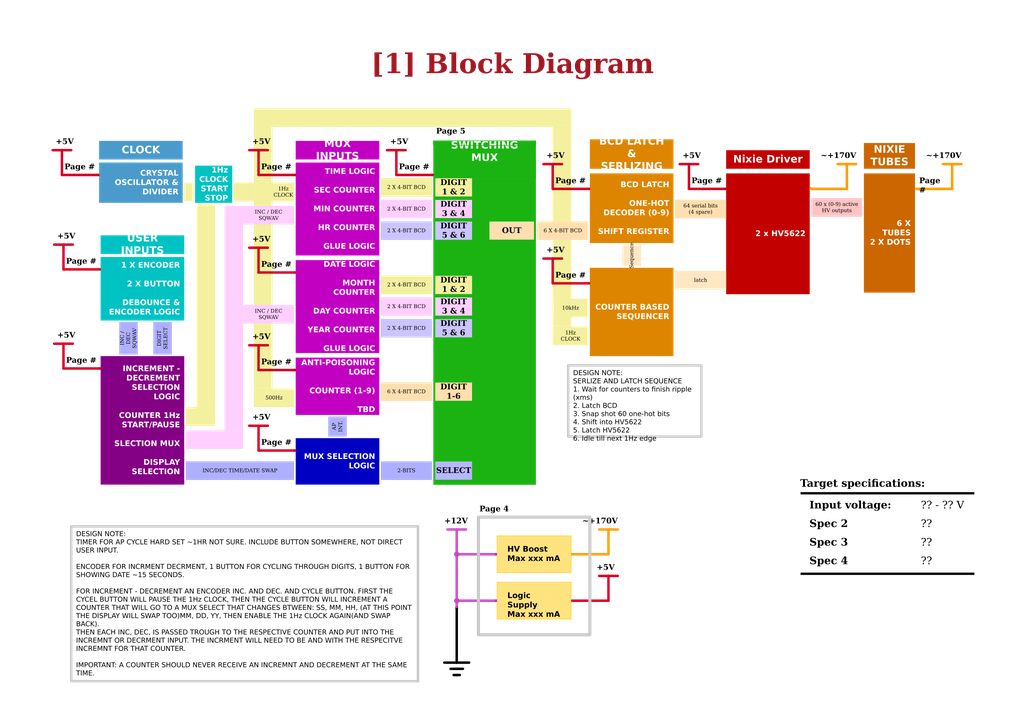
<source format=kicad_sch>
(kicad_sch
	(version 20250114)
	(generator "eeschema")
	(generator_version "9.0")
	(uuid "d4440dba-022e-49b2-97f2-6fc1871c7304")
	(paper "A3")
	(title_block
		(title "Block Diagram")
		(date "2025-01-12")
		(rev "${REVISION}")
		(company "${COMPANY}")
	)
	(lib_symbols)
	(rectangle
		(start 241.3 77.089)
		(end 241.935 77.851)
		(stroke
			(width 0.25)
			(type solid)
			(color 194 0 0 1)
		)
		(fill
			(type color)
			(color 194 0 0 1)
		)
		(uuid 06a90da7-9a86-4843-9c8a-d187caf814ab)
	)
	(rectangle
		(start 234.442 226.949)
		(end 235.077 227.711)
		(stroke
			(width 0.25)
			(type solid)
			(color 255 153 0 1)
		)
		(fill
			(type color)
			(color 255 153 0 1)
		)
		(uuid 12a8f300-c059-4689-9da2-e775c9b7b222)
	)
	(rectangle
		(start 200.66 98.425)
		(end 219.075 197.485)
		(stroke
			(width 0)
			(type default)
			(color 26 179 18 1)
		)
		(fill
			(type color)
			(color 26 179 18 1)
		)
		(uuid 184d4c8d-69e2-411d-8aa5-786395eeddab)
	)
	(rectangle
		(start 177.8 57.785)
		(end 219.71 59.69)
		(stroke
			(width 0.254)
			(type default)
			(color 26 179 18 1)
		)
		(fill
			(type color)
			(color 26 179 18 1)
		)
		(uuid 1c38ab9f-78ac-4525-a905-692b68e0d7be)
	)
	(rectangle
		(start 40.64 110.109)
		(end 41.275 110.871)
		(stroke
			(width 0.25)
			(type solid)
			(color 194 0 0 1)
		)
		(fill
			(type color)
			(color 194 0 0 1)
		)
		(uuid 1ce6bc3d-6cf6-426b-aac5-6f63634d0420)
	)
	(rectangle
		(start 332.105 76.835)
		(end 332.74 77.597)
		(stroke
			(width 0.25)
			(type solid)
			(color 255 153 0 1)
		)
		(fill
			(type color)
			(color 255 153 0 1)
		)
		(uuid 273dad30-1f13-4382-9856-ea5127a4a64b)
	)
	(rectangle
		(start 178.435 98.425)
		(end 219.075 113.03)
		(stroke
			(width 0)
			(type default)
			(color 26 179 18 1)
		)
		(fill
			(type color)
			(color 26 179 18 1)
		)
		(uuid 33939e83-1742-40c8-b78d-5af3b914ab31)
	)
	(rectangle
		(start 219.075 57.785)
		(end 219.71 198.755)
		(stroke
			(width 0)
			(type default)
			(color 26 179 18 1)
		)
		(fill
			(type color)
			(color 26 179 18 1)
		)
		(uuid 43ad7506-e0d7-49b6-972c-517451df1dd9)
	)
	(rectangle
		(start 375.539 77.089)
		(end 376.174 77.851)
		(stroke
			(width 0.25)
			(type solid)
			(color 255 153 0 1)
		)
		(fill
			(type color)
			(color 255 153 0 1)
		)
		(uuid 49525ec1-2318-41c7-a6bd-e2903afe6d39)
	)
	(rectangle
		(start 203.073 226.949)
		(end 203.708 227.711)
		(stroke
			(width 0.25)
			(type solid)
			(color 194 0 194 1)
		)
		(fill
			(type color)
			(color 194 0 194 1)
		)
		(uuid 4c6cb9bc-6ebc-49a3-893d-9406d03eb74b)
	)
	(rectangle
		(start 178.435 164.465)
		(end 219.075 189.23)
		(stroke
			(width 0)
			(type default)
			(color 26 179 18 1)
		)
		(fill
			(type color)
			(color 26 179 18 1)
		)
		(uuid 5b8a041f-77a3-4fa3-8060-556bb091b3c3)
	)
	(rectangle
		(start 178.435 196.85)
		(end 219.075 198.755)
		(stroke
			(width 0)
			(type default)
			(color 26 179 18 1)
		)
		(fill
			(type color)
			(color 26 179 18 1)
		)
		(uuid 613cfa31-f8f2-441b-9b9a-3fe99c745884)
	)
	(rectangle
		(start 120.65 151.384)
		(end 121.285 152.146)
		(stroke
			(width 0.25)
			(type solid)
			(color 194 0 0 1)
		)
		(fill
			(type color)
			(color 194 0 0 1)
		)
		(uuid 68b86a88-9a2a-4b84-96e0-774369b298d9)
	)
	(rectangle
		(start 241.3 115.824)
		(end 241.935 116.586)
		(stroke
			(width 0.25)
			(type solid)
			(color 194 0 0 1)
		)
		(fill
			(type color)
			(color 194 0 0 1)
		)
		(uuid 69dc4566-730b-4a9b-a2a7-5343808baa86)
	)
	(rectangle
		(start 203.835 238.76)
		(end 234.315 254)
		(stroke
			(width 0)
			(type default)
			(color 255 200 0 0.5019607843)
		)
		(fill
			(type color)
			(color 255 200 0 0.5019607843)
		)
		(uuid 6d27083e-baf9-459e-b0dc-430395e74362)
	)
	(rectangle
		(start 40.005 71.374)
		(end 40.64 72.136)
		(stroke
			(width 0.25)
			(type solid)
			(color 194 0 0 1)
		)
		(fill
			(type color)
			(color 194 0 0 1)
		)
		(uuid 70402685-b75b-4b36-9a72-62f7d7d97bb6)
	)
	(rectangle
		(start 178.435 89.535)
		(end 219.075 90.805)
		(stroke
			(width 0)
			(type default)
			(color 26 179 18 1)
		)
		(fill
			(type color)
			(color 26 179 18 1)
		)
		(uuid 74c5f5ac-510e-4c99-8e0e-ca2d145a7687)
	)
	(rectangle
		(start 193.675 73.025)
		(end 200.66 197.485)
		(stroke
			(width 0)
			(type default)
			(color 26 179 18 1)
		)
		(fill
			(type color)
			(color 26 179 18 1)
		)
		(uuid 79f3f361-d24a-482c-aac4-fcbedc64941e)
	)
	(rectangle
		(start 178.435 129.54)
		(end 219.075 130.81)
		(stroke
			(width 0)
			(type default)
			(color 26 179 18 1)
		)
		(fill
			(type color)
			(color 26 179 18 1)
		)
		(uuid 805cb107-c99d-4c0b-abe8-aaa26bb57a4d)
	)
	(rectangle
		(start 196.215 212.09)
		(end 241.935 260.35)
		(stroke
			(width 1.27)
			(type default)
			(color 200 200 200 1)
		)
		(fill
			(type none)
		)
		(uuid 897139e0-9c3f-4923-b42e-05cc6d59978b)
	)
	(rectangle
		(start 186.817 248.92)
		(end 187.833 249.682)
		(stroke
			(width 0.001)
			(type default)
			(color 0 0 0 1)
		)
		(fill
			(type color)
			(color 0 0 0 1)
		)
		(uuid 8fb245d6-696e-46a9-aee0-fc71b1bd2811)
	)
	(rectangle
		(start 203.073 245.999)
		(end 203.708 246.761)
		(stroke
			(width 0.25)
			(type solid)
			(color 194 0 194 1)
		)
		(fill
			(type color)
			(color 194 0 194 1)
		)
		(uuid 926c14cd-51d6-4183-83aa-3acd3f364634)
	)
	(rectangle
		(start 120.65 184.404)
		(end 121.285 185.166)
		(stroke
			(width 0.25)
			(type solid)
			(color 194 0 0 1)
		)
		(fill
			(type color)
			(color 194 0 0 1)
		)
		(uuid 9571b2b1-a94e-4c30-b2fb-2e631e61c941)
	)
	(rectangle
		(start 328.422 234.95)
		(end 399.542 235.712)
		(stroke
			(width 0)
			(type default)
			(color 0 0 0 1)
		)
		(fill
			(type color)
			(color 0 0 0 1)
		)
		(uuid 96358351-64fb-49b9-98d4-c975a586b1c3)
	)
	(rectangle
		(start 178.435 120.65)
		(end 219.075 121.92)
		(stroke
			(width 0)
			(type default)
			(color 26 179 18 1)
		)
		(fill
			(type color)
			(color 26 179 18 1)
		)
		(uuid 9f003ee0-d678-41c9-8943-8984c9b88122)
	)
	(rectangle
		(start 178.435 138.43)
		(end 219.075 156.845)
		(stroke
			(width 0)
			(type default)
			(color 26 179 18 1)
		)
		(fill
			(type color)
			(color 26 179 18 1)
		)
		(uuid a0829d77-6f0d-4b5f-a234-3cb3747f5655)
	)
	(rectangle
		(start 234.442 245.999)
		(end 235.077 246.761)
		(stroke
			(width 0.25)
			(type default)
			(color 212 0 32 1)
		)
		(fill
			(type color)
			(color 212 0 32 1)
		)
		(uuid b511ed02-73dc-4aca-8856-32e3a0e7b2bd)
	)
	(rectangle
		(start 120.65 111.379)
		(end 121.285 112.141)
		(stroke
			(width 0.25)
			(type solid)
			(color 194 0 0 1)
		)
		(fill
			(type color)
			(color 194 0 0 1)
		)
		(uuid b9f2e5ef-b700-4338-83f0-642e7313af39)
	)
	(circle
		(center 187.325 246.38)
		(radius 1.016)
		(stroke
			(width 0)
			(type default)
			(color 198 71 194 1)
		)
		(fill
			(type color)
			(color 198 71 194 1)
		)
		(uuid c30887ce-e8b0-4e61-8035-f856b5a10339)
	)
	(rectangle
		(start 177.165 71.374)
		(end 177.8 72.136)
		(stroke
			(width 0.25)
			(type solid)
			(color 194 0 0 1)
		)
		(fill
			(type color)
			(color 194 0 0 1)
		)
		(uuid c3d03417-beac-4428-b6b7-1b67ab2f4d98)
	)
	(rectangle
		(start 328.422 201.93)
		(end 399.542 202.692)
		(stroke
			(width 0)
			(type default)
			(color 0 0 0 1)
		)
		(fill
			(type color)
			(color 0 0 0 1)
		)
		(uuid ca4906af-4562-456f-b79d-f6f2c9056c36)
	)
	(rectangle
		(start 203.835 219.71)
		(end 234.315 234.95)
		(stroke
			(width 0)
			(type default)
			(color 255 200 0 0.5019607843)
		)
		(fill
			(type color)
			(color 255 200 0 0.5019607843)
		)
		(uuid d13c4f55-d46a-439a-a208-cbdf66d39a09)
	)
	(rectangle
		(start 178.435 80.645)
		(end 219.075 81.915)
		(stroke
			(width 0)
			(type default)
			(color 26 179 18 1)
		)
		(fill
			(type color)
			(color 26 179 18 1)
		)
		(uuid d638a22e-ba23-482a-bc2c-e646a4f2119d)
	)
	(rectangle
		(start 177.8 57.785)
		(end 178.435 198.755)
		(stroke
			(width 0)
			(type default)
			(color 26 179 18 1)
		)
		(fill
			(type color)
			(color 26 179 18 1)
		)
		(uuid dc9ef58a-3544-4871-98b7-f59b2deb6c2b)
	)
	(rectangle
		(start 200.66 73.025)
		(end 219.075 89.535)
		(stroke
			(width 0)
			(type default)
			(color 26 179 18 1)
		)
		(fill
			(type color)
			(color 26 179 18 1)
		)
		(uuid e30c19e9-67d6-4732-9ed7-5e02fda8622b)
	)
	(arc
		(start 213.995 93.98)
		(mid 213.995 93.98)
		(end 213.995 93.98)
		(stroke
			(width 0)
			(type default)
		)
		(fill
			(type none)
		)
		(uuid e91c3dd4-8c48-4760-b3e6-fb8a0aaf30fa)
	)
	(rectangle
		(start 297.18 77.089)
		(end 297.815 77.851)
		(stroke
			(width 0.25)
			(type solid)
			(color 194 0 0 1)
		)
		(fill
			(type color)
			(color 194 0 0 1)
		)
		(uuid eb924bb9-d4a1-48f0-8e8b-19adc91e1f01)
	)
	(rectangle
		(start 40.64 150.749)
		(end 41.275 151.511)
		(stroke
			(width 0.25)
			(type solid)
			(color 194 0 0 1)
		)
		(fill
			(type color)
			(color 194 0 0 1)
		)
		(uuid ee55956f-df07-4989-97b3-e4f66feb2c91)
	)
	(rectangle
		(start 120.65 71.374)
		(end 121.285 72.136)
		(stroke
			(width 0.25)
			(type solid)
			(color 194 0 0 1)
		)
		(fill
			(type color)
			(color 194 0 0 1)
		)
		(uuid f29c5093-d601-4cf9-930c-aa7a1d80ce89)
	)
	(rectangle
		(start 178.435 66.04)
		(end 219.71 73.025)
		(stroke
			(width 0)
			(type default)
			(color 26 179 18 1)
		)
		(fill
			(type color)
			(color 26 179 18 1)
		)
		(uuid f6ac3050-3d82-4a34-858d-91b5402f431f)
	)
	(circle
		(center 187.325 227.33)
		(radius 1.016)
		(stroke
			(width 0)
			(type default)
			(color 198 71 194 1)
		)
		(fill
			(type color)
			(color 198 71 194 1)
		)
		(uuid fb962045-e3ad-427d-8e13-7189ce103507)
	)
	(text "+5V"
		(exclude_from_sim no)
		(at 224.155 66.04 0)
		(effects
			(font
				(face "Times New Roman")
				(size 2.286 2.286)
				(thickness 0.4572)
				(bold yes)
				(color 0 0 0 1)
			)
			(justify left bottom)
		)
		(uuid "03be31ff-671c-4c54-aa03-c272c3efeba5")
	)
	(text "+12V"
		(exclude_from_sim no)
		(at 182.245 215.9 0)
		(effects
			(font
				(face "Times New Roman")
				(size 2.286 2.286)
				(thickness 0.4572)
				(bold yes)
				(color 0 0 0 1)
			)
			(justify left bottom)
		)
		(uuid "101bf075-2779-4382-8921-8033e4839d29")
	)
	(text "+5V"
		(exclude_from_sim no)
		(at 160.02 60.325 0)
		(effects
			(font
				(face "Times New Roman")
				(size 2.286 2.286)
				(thickness 0.4572)
				(bold yes)
				(color 0 0 0 1)
			)
			(justify left bottom)
		)
		(uuid "2631e908-d10c-4a1d-969a-d48925ae92a2")
	)
	(text "+5V"
		(exclude_from_sim no)
		(at 103.505 60.325 0)
		(effects
			(font
				(face "Times New Roman")
				(size 2.286 2.286)
				(thickness 0.4572)
				(bold yes)
				(color 0 0 0 1)
			)
			(justify left bottom)
		)
		(uuid "39341b2a-1021-4196-8cb1-5d1afed5b85e")
	)
	(text "+5V"
		(exclude_from_sim no)
		(at 280.035 66.04 0)
		(effects
			(font
				(face "Times New Roman")
				(size 2.286 2.286)
				(thickness 0.4572)
				(bold yes)
				(color 0 0 0 1)
			)
			(justify left bottom)
		)
		(uuid "48c5ec7f-e7eb-442c-8af0-a6cb155673c2")
	)
	(text "DESIGN CONSIDERATIONS"
		(exclude_from_sim no)
		(at 24.13 -48.26 0)
		(effects
			(font
				(face "Arial")
				(size 5 5)
				(bold yes)
				(color 53 60 207 1)
			)
			(justify left bottom)
		)
		(uuid "664f50ee-7027-4085-a7e7-a85f0dd7b2b1")
	)
	(text "+5V"
		(exclude_from_sim no)
		(at 23.495 139.7 0)
		(effects
			(font
				(face "Times New Roman")
				(size 2.286 2.286)
				(thickness 0.4572)
				(bold yes)
				(color 0 0 0 1)
			)
			(justify left bottom)
		)
		(uuid "813e630d-1036-4f10-b271-6f7c6828939e")
	)
	(text "+5V"
		(exclude_from_sim no)
		(at 103.505 173.355 0)
		(effects
			(font
				(face "Times New Roman")
				(size 2.286 2.286)
				(thickness 0.4572)
				(bold yes)
				(color 0 0 0 1)
			)
			(justify left bottom)
		)
		(uuid "864633b2-deac-4360-afb5-1dc232b78016")
	)
	(text "+5V"
		(exclude_from_sim no)
		(at 23.495 99.06 0)
		(effects
			(font
				(face "Times New Roman")
				(size 2.286 2.286)
				(thickness 0.4572)
				(bold yes)
				(color 0 0 0 1)
			)
			(justify left bottom)
		)
		(uuid "89127412-fe4a-42e4-bab3-c545ee7b32c4")
	)
	(text "~+170V"
		(exclude_from_sim no)
		(at 394.335 66.04 0)
		(effects
			(font
				(face "Times New Roman")
				(size 2.286 2.286)
				(thickness 0.4572)
				(bold yes)
				(color 0 0 0 1)
			)
			(justify right bottom)
		)
		(uuid "925b4591-d0fa-40db-8e64-787015f67f1c")
	)
	(text "+5V"
		(exclude_from_sim no)
		(at 252.095 234.95 0)
		(effects
			(font
				(face "Times New Roman")
				(size 2.286 2.286)
				(thickness 0.4572)
				(bold yes)
				(color 0 0 0 1)
			)
			(justify right bottom)
		)
		(uuid "ad6e3829-3684-4af1-9a28-ced841b0c880")
	)
	(text "+5V"
		(exclude_from_sim no)
		(at 22.86 60.325 0)
		(effects
			(font
				(face "Times New Roman")
				(size 2.286 2.286)
				(thickness 0.4572)
				(bold yes)
				(color 0 0 0 1)
			)
			(justify left bottom)
		)
		(uuid "c97acf93-22ac-44f7-a785-c33eecbc5677")
	)
	(text "+5V"
		(exclude_from_sim no)
		(at 103.505 140.335 0)
		(effects
			(font
				(face "Times New Roman")
				(size 2.286 2.286)
				(thickness 0.4572)
				(bold yes)
				(color 0 0 0 1)
			)
			(justify left bottom)
		)
		(uuid "c9a4eaa4-0a86-45c2-9ad2-92484d5dc68c")
	)
	(text "+5V"
		(exclude_from_sim no)
		(at 103.505 100.33 0)
		(effects
			(font
				(face "Times New Roman")
				(size 2.286 2.286)
				(thickness 0.4572)
				(bold yes)
				(color 0 0 0 1)
			)
			(justify left bottom)
		)
		(uuid "da08e3b8-0ff9-4bc6-9292-2aab6ca4a80b")
	)
	(text "~+170V"
		(exclude_from_sim no)
		(at 351.155 66.04 0)
		(effects
			(font
				(face "Times New Roman")
				(size 2.286 2.286)
				(thickness 0.4572)
				(bold yes)
				(color 0 0 0 1)
			)
			(justify right bottom)
		)
		(uuid "eccb7405-8924-48c7-84a7-84602260a3b9")
	)
	(text "+5V"
		(exclude_from_sim no)
		(at 224.155 104.775 0)
		(effects
			(font
				(face "Times New Roman")
				(size 2.286 2.286)
				(thickness 0.4572)
				(bold yes)
				(color 0 0 0 1)
			)
			(justify left bottom)
		)
		(uuid "f5ed18c5-07cc-42a1-9140-04347d94a35e")
	)
	(text "~+170V"
		(exclude_from_sim no)
		(at 253.365 215.9 0)
		(effects
			(font
				(face "Times New Roman")
				(size 2.286 2.286)
				(thickness 0.4572)
				(bold yes)
				(color 0 0 0 1)
			)
			(justify right bottom)
		)
		(uuid "f6a5ad4b-42cb-4635-94fa-d83f0234055d")
	)
	(text_box "INC / DEC SQWAV"
		(exclude_from_sim no)
		(at 99.695 125.095 0)
		(size 20.955 7.62)
		(margins 1.7144 1.7144 1.7144 1.7144)
		(stroke
			(width -0.0001)
			(type solid)
		)
		(fill
			(type color)
			(color 255 207 255 1)
		)
		(effects
			(font
				(face "Times New Roman")
				(size 1.524 1.524)
				(italic yes)
				(color 0 0 0 1)
			)
		)
		(uuid "045403cb-4c2d-4046-b1ad-59f319475518")
	)
	(text_box ""
		(exclude_from_sim no)
		(at 104.14 44.45 0)
		(size 130.175 7.62)
		(margins 1.7144 1.7144 1.7144 1.7144)
		(stroke
			(width -0.0001)
			(type solid)
		)
		(fill
			(type color)
			(color 243 240 160 1)
		)
		(effects
			(font
				(face "Times New Roman")
				(size 1.524 1.524)
				(italic yes)
				(color 0 0 0 1)
			)
		)
		(uuid "053416e3-af94-4a7f-b7e9-b12bd7f3d421")
	)
	(text_box "2 X 4-BIT BCD"
		(exclude_from_sim no)
		(at 156.21 113.03 0)
		(size 20.955 7.62)
		(margins 1.7144 1.7144 1.7144 1.7144)
		(stroke
			(width -0.0001)
			(type solid)
		)
		(fill
			(type color)
			(color 243 240 160 1)
		)
		(effects
			(font
				(face "Times New Roman")
				(size 1.524 1.524)
				(italic yes)
				(color 0 0 0 1)
			)
		)
		(uuid "064e8611-ea3b-43d8-8f85-3cbc28d3277f")
	)
	(text_box ""
		(exclude_from_sim no)
		(at 226.695 52.07 90)
		(size 7.62 38.735)
		(margins 1.7144 1.7144 1.7144 1.7144)
		(stroke
			(width -0.0001)
			(type solid)
		)
		(fill
			(type color)
			(color 243 240 160 1)
		)
		(effects
			(font
				(face "Times New Roman")
				(size 1.524 1.524)
				(italic yes)
				(color 0 0 0 1)
			)
		)
		(uuid "06ff789c-cc36-47d9-ae9d-1b855176a623")
	)
	(text_box "2 x HV5622"
		(exclude_from_sim no)
		(at 297.815 71.12 0)
		(size 34.29 49.53)
		(margins 1.7144 1.7144 1.7144 1.7144)
		(stroke
			(width -0.0001)
			(type solid)
		)
		(fill
			(type color)
			(color 194 0 0 1)
		)
		(effects
			(font
				(face "Arial")
				(size 2.286 2.286)
				(bold yes)
				(color 255 255 255 1)
			)
			(justify right)
		)
		(uuid "075e9859-4258-4e2f-9401-17a638ee67f7")
	)
	(text_box "10kHz"
		(exclude_from_sim no)
		(at 226.695 122.555 0)
		(size 14.605 7.62)
		(margins 1.7144 1.7144 1.7144 1.7144)
		(stroke
			(width -0.0001)
			(type solid)
		)
		(fill
			(type color)
			(color 243 240 160 1)
		)
		(effects
			(font
				(face "Times New Roman")
				(size 1.524 1.524)
				(italic yes)
				(color 0 0 0 1)
			)
		)
		(uuid "07602909-744f-4055-990b-5ad515bd2bab")
	)
	(text_box "BCD LATCH & SERLIZING "
		(exclude_from_sim no)
		(at 241.935 57.15 0)
		(size 34.29 12.065)
		(margins 2.2859 2.2859 2.2859 2.2859)
		(stroke
			(width -0.0001)
			(type solid)
		)
		(fill
			(type color)
			(color 221 133 0 1)
		)
		(effects
			(font
				(face "Arial")
				(size 3.048 3.048)
				(bold yes)
				(color 255 255 255 1)
			)
		)
		(uuid "08792924-1597-48a7-a535-4ea702d4e92a")
	)
	(text_box "DESIGN NOTE:\nExample text for informational design notes."
		(exclude_from_sim no)
		(at 24.13 -45.085 0)
		(size 30.48 20.32)
		(margins 2 2 2 2)
		(stroke
			(width 1)
			(type solid)
			(color 200 200 200 1)
		)
		(fill
			(type none)
		)
		(effects
			(font
				(face "Arial")
				(size 2 2)
				(color 0 0 0 1)
			)
			(justify left top)
		)
		(uuid "093dfa21-71e6-46dd-9a96-20d2a444c1cf")
	)
	(text_box "Spec 4"
		(exclude_from_sim no)
		(at 329.692 226.06 0)
		(size 44.45 7.62)
		(margins 2.2859 2.2859 2.2859 2.2859)
		(stroke
			(width -0.0001)
			(type default)
		)
		(fill
			(type none)
		)
		(effects
			(font
				(face "Times New Roman")
				(size 3.048 3.048)
				(thickness 0.4572)
				(bold yes)
				(color 0 0 0 1)
			)
			(justify left top)
		)
		(uuid "0b8fa12d-be48-46d8-a337-f14f24e9a703")
	)
	(text_box "DESIGN NOTE:\nTIMER FOR AP CYCLE HARD SET ~1HR NOT SURE. INCLUDE BUTTON SOMEWHERE, NOT DIRECT USER INPUT.\n\nENCODER FOR INCRMENT DECRMENT, 1 BUTTON FOR CYCLING THROUGH DIGITS, 1 BUTTON FOR SHOWING DATE ~15 SECONDS.\n\nFOR INCREMENT - DECREMENT AN ENCODER INC. AND DEC. AND CYCLE BUTTON. FIRST THE CYCEL BUTTON WILL PAUSE THE 1Hz CLOCK, THEN THE CYCLE BUTTON WILL INCREMENT A COUNTER THAT WILL GO TO A MUX SELECT THAT CHANGES BTWEEN: SS, MM, HH, (AT THIS POINT THE DISPLAY WILL SWAP TOO)MM, DD, YY, THEN ENABLE THE 1Hz CLOCK AGAIN(AND SWAP BACK).\nTHEN EACH INC, DEC, IS PASSED TROUGH TO THE RESPECTIVE COUNTER AND PUT INTO THE INCREMNT OR DECRMENT INPUT. THE INCRMENT WILL NEED TO BE AND WITH THE RESPECITVE INCREMNT FOR THAT COUNTER.\n\nIMPORTANT: A COUNTER SHOULD NEVER RECEIVE AN INCREMNT AND DECREMENT AT THE SAME TIME. "
		(exclude_from_sim no)
		(at 29.21 215.9 0)
		(size 142.24 63.5)
		(margins 2 2 2 2)
		(stroke
			(width 1)
			(type solid)
			(color 200 200 200 1)
		)
		(fill
			(type none)
		)
		(effects
			(font
				(face "Arial")
				(size 2 2)
				(color 0 0 0 1)
			)
			(justify left top)
		)
		(uuid "0d69c6a1-bc4d-45b4-b52e-70a9645d5bcb")
	)
	(text_box ""
		(exclude_from_sim no)
		(at 75.565 74.93 0)
		(size 3.81 7.62)
		(margins 1.7144 1.7144 1.7144 1.7144)
		(stroke
			(width -0.0001)
			(type solid)
		)
		(fill
			(type color)
			(color 243 240 160 1)
		)
		(effects
			(font
				(face "Times New Roman")
				(size 1.524 1.524)
				(italic yes)
				(color 0 0 0 1)
			)
		)
		(uuid "0e5f91dd-acae-4d5d-90f5-0fe2d3de6dba")
	)
	(text_box "INC / DEC SQWAV"
		(exclude_from_sim no)
		(at 99.695 84.455 0)
		(size 20.955 7.62)
		(margins 1.7144 1.7144 1.7144 1.7144)
		(stroke
			(width -0.0001)
			(type solid)
		)
		(fill
			(type color)
			(color 255 207 255 1)
		)
		(effects
			(font
				(face "Times New Roman")
				(size 1.524 1.524)
				(italic yes)
				(color 0 0 0 1)
			)
		)
		(uuid "0fcced44-5150-48a4-b3b1-654aafc2906f")
	)
	(text_box "1Hz CLOCK"
		(exclude_from_sim no)
		(at 226.695 133.985 0)
		(size 14.605 7.62)
		(margins 1.7144 1.7144 1.7144 1.7144)
		(stroke
			(width -0.0001)
			(type solid)
		)
		(fill
			(type color)
			(color 243 240 160 1)
		)
		(effects
			(font
				(face "Times New Roman")
				(size 1.524 1.524)
				(italic yes)
				(color 0 0 0 1)
			)
		)
		(uuid "111ba726-a3f1-4cd9-9d0f-7f1b940468c2")
	)
	(text_box "Page #"
		(exclude_from_sim no)
		(at 23.495 104.14 0)
		(size 17.78 5.08)
		(margins 1.7144 1.7144 1.7144 1.7144)
		(stroke
			(width -0.0001)
			(type default)
		)
		(fill
			(type none)
		)
		(effects
			(font
				(face "Times New Roman")
				(size 2.286 2.286)
				(thickness 0.4572)
				(bold yes)
				(color 0 0 0 1)
			)
			(justify right top)
		)
		(uuid "15642135-ee5d-4fbb-9a86-3d4a03d1441e")
	)
	(text_box "?? - ?? V"
		(exclude_from_sim no)
		(at 375.412 203.2 0)
		(size 24.13 7.62)
		(margins 2.2859 2.2859 2.2859 2.2859)
		(stroke
			(width -0.0001)
			(type default)
		)
		(fill
			(type none)
		)
		(effects
			(font
				(face "Times New Roman")
				(size 3.048 3.048)
				(color 0 0 0 1)
			)
			(justify left top)
		)
		(uuid "15dd005a-2a1f-436c-a9b8-4953c7e00daf")
	)
	(text_box ""
		(exclude_from_sim no)
		(at 76.2 176.53 0)
		(size 23.495 7.62)
		(margins 1.7144 1.7144 1.7144 1.7144)
		(stroke
			(width -0.0001)
			(type solid)
		)
		(fill
			(type color)
			(color 255 207 255 1)
		)
		(effects
			(font
				(face "Times New Roman")
				(size 1.524 1.524)
				(italic yes)
				(color 0 0 0 1)
			)
		)
		(uuid "18581628-f5e1-45c5-bbcd-bf22fcf10867")
	)
	(text_box "6 X 4-BIT BCD"
		(exclude_from_sim no)
		(at 220.345 90.805 0)
		(size 20.955 7.62)
		(margins 1.7144 1.7144 1.7144 1.7144)
		(stroke
			(width -0.0001)
			(type solid)
		)
		(fill
			(type color)
			(color 255 223 175 1)
		)
		(effects
			(font
				(face "Times New Roman")
				(size 1.524 1.524)
				(italic yes)
				(color 0 0 0 1)
			)
		)
		(uuid "1954c1ec-e6a2-4fa2-99ce-f30f25a00f26")
	)
	(text_box "64 serial bits \n(4 spare)"
		(exclude_from_sim no)
		(at 276.86 81.915 0)
		(size 20.955 7.62)
		(margins 1.7144 1.7144 1.7144 1.7144)
		(stroke
			(width -0.0001)
			(type solid)
		)
		(fill
			(type color)
			(color 255 223 175 1)
		)
		(effects
			(font
				(face "Times New Roman")
				(size 1.524 1.524)
				(italic yes)
				(color 0 0 0 1)
			)
		)
		(uuid "19c7ea31-19bb-4ccd-bedc-916a936ac1c5")
	)
	(text_box "HV Boost\nMax xxx mA"
		(exclude_from_sim no)
		(at 206.375 222.25 0)
		(size 25.4 10.16)
		(margins 1.7144 1.7144 1.7144 1.7144)
		(stroke
			(width -0.0001)
			(type solid)
		)
		(fill
			(type none)
		)
		(effects
			(font
				(face "Arial")
				(size 2.286 2.286)
				(thickness 0.254)
				(bold yes)
				(color 0 0 0 1)
			)
			(justify left top)
		)
		(uuid "2663f24d-cd9a-4dae-a281-16b6b61253ad")
	)
	(text_box "??"
		(exclude_from_sim no)
		(at 375.412 226.06 0)
		(size 24.13 7.62)
		(margins 2.2859 2.2859 2.2859 2.2859)
		(stroke
			(width -0.0001)
			(type default)
		)
		(fill
			(type none)
		)
		(effects
			(font
				(face "Times New Roman")
				(size 3.048 3.048)
				(color 0 0 0 1)
			)
			(justify left top)
		)
		(uuid "286ce998-255c-48c3-a453-7c9a43b4377f")
	)
	(text_box "Page #"
		(exclude_from_sim no)
		(at 224.155 71.12 0)
		(size 17.78 5.08)
		(margins 1.7144 1.7144 1.7144 1.7144)
		(stroke
			(width -0.0001)
			(type default)
		)
		(fill
			(type none)
		)
		(effects
			(font
				(face "Times New Roman")
				(size 2.286 2.286)
				(thickness 0.4572)
				(bold yes)
				(color 0 0 0 1)
			)
			(justify right top)
		)
		(uuid "294be89d-c241-408d-ac82-18df9f162c65")
	)
	(text_box ""
		(exclude_from_sim no)
		(at 95.885 74.93 0)
		(size 8.255 7.62)
		(margins 1.7144 1.7144 1.7144 1.7144)
		(stroke
			(width -0.0001)
			(type solid)
		)
		(fill
			(type color)
			(color 243 240 160 1)
		)
		(effects
			(font
				(face "Times New Roman")
				(size 1.524 1.524)
				(italic yes)
				(color 0 0 0 1)
			)
		)
		(uuid "2c8b58ef-ec08-4243-9dbc-0bddb44aba9b")
	)
	(text_box "DESIGN NOTE:\nExample text for debug notes."
		(exclude_from_sim no)
		(at 59.055 -45.085 0)
		(size 30.48 20.32)
		(margins 2 2 2 2)
		(stroke
			(width 1)
			(type solid)
			(color 255 165 0 1)
		)
		(fill
			(type none)
		)
		(effects
			(font
				(face "Arial")
				(size 2 2)
				(color 0 0 0 1)
			)
			(justify left top)
		)
		(uuid "2e573953-8588-471e-9f05-2baa9b304590")
	)
	(text_box "SWITCHING MUX"
		(exclude_from_sim no)
		(at 178.435 58.42 0)
		(size 40.64 7.62)
		(margins 2.2859 2.2859 2.2859 2.2859)
		(stroke
			(width -0.0001)
			(type solid)
		)
		(fill
			(type color)
			(color 26 179 18 1)
		)
		(effects
			(font
				(face "Arial")
				(size 3.048 3.048)
				(bold yes)
				(color 255 255 255 1)
			)
		)
		(uuid "303e44ee-abec-47f8-8dea-369c5a3e7105")
	)
	(text_box "INC / DEC SQWAV"
		(exclude_from_sim no)
		(at 48.895 132.08 90)
		(size 7.62 13.335)
		(margins 1.1429 1.1429 1.1429 1.1429)
		(stroke
			(width -0.0001)
			(type solid)
		)
		(fill
			(type color)
			(color 175 175 255 1)
		)
		(effects
			(font
				(face "Times New Roman")
				(size 1.524 1.524)
				(italic yes)
				(color 0 0 0 1)
			)
		)
		(uuid "32d98b12-4562-4d59-94f7-bfba37f2e1c6")
	)
	(text_box "BCD LATCH\n\nONE-HOT DECODER (0-9)\n\nSHIFT REGISTER"
		(exclude_from_sim no)
		(at 241.935 71.12 0)
		(size 34.29 28.575)
		(margins 1.7144 1.7144 1.7144 1.7144)
		(stroke
			(width -0.0001)
			(type solid)
		)
		(fill
			(type color)
			(color 221 133 0 1)
		)
		(effects
			(font
				(face "Arial")
				(size 2.286 2.286)
				(bold yes)
				(color 255 255 255 1)
			)
			(justify right)
		)
		(uuid "3876e24b-eb64-40f0-82f4-8ed551a76338")
	)
	(text_box "CRYSTAL OSCILLATOR & DIVIDER"
		(exclude_from_sim no)
		(at 40.64 66.675 0)
		(size 34.29 16.51)
		(margins 1.7144 1.7144 1.7144 1.7144)
		(stroke
			(width -0.0001)
			(type solid)
		)
		(fill
			(type color)
			(color 74 155 203 1)
		)
		(effects
			(font
				(face "Arial")
				(size 2.286 2.286)
				(bold yes)
				(color 255 255 255 1)
			)
			(justify right)
		)
		(uuid "3910b3f6-1cc5-449c-afe1-9650f7f39464")
	)
	(text_box "60 x (0-9) active HV outputs"
		(exclude_from_sim no)
		(at 332.74 81.28 0)
		(size 20.955 7.62)
		(margins 1.1429 1.1429 1.1429 1.1429)
		(stroke
			(width -0.0001)
			(type solid)
		)
		(fill
			(type color)
			(color 255 195 195 1)
		)
		(effects
			(font
				(face "Times New Roman")
				(size 1.524 1.524)
				(italic yes)
				(color 0 0 0 1)
			)
		)
		(uuid "3a94088b-fb0e-4e61-ac4e-4b2822eb3025")
	)
	(text_box "Page #"
		(exclude_from_sim no)
		(at 160.02 65.405 0)
		(size 17.78 5.08)
		(margins 1.7144 1.7144 1.7144 1.7144)
		(stroke
			(width -0.0001)
			(type default)
		)
		(fill
			(type none)
		)
		(effects
			(font
				(face "Times New Roman")
				(size 2.286 2.286)
				(thickness 0.4572)
				(bold yes)
				(color 0 0 0 1)
			)
			(justify right top)
		)
		(uuid "3c68f312-2030-4024-b5b8-0d4cb9acf72a")
	)
	(text_box "MUX INPUTS"
		(exclude_from_sim no)
		(at 121.285 57.785 0)
		(size 34.29 7.62)
		(margins 2.2859 2.2859 2.2859 2.2859)
		(stroke
			(width -0.0001)
			(type solid)
		)
		(fill
			(type color)
			(color 194 0 194 1)
		)
		(effects
			(font
				(face "Arial")
				(size 3.048 3.048)
				(bold yes)
				(color 255 255 255 1)
			)
		)
		(uuid "3e87b546-b6dc-4fa4-9348-4f1c2934ca37")
	)
	(text_box "Page #"
		(exclude_from_sim no)
		(at 22.86 65.405 0)
		(size 17.78 5.08)
		(margins 1.7144 1.7144 1.7144 1.7144)
		(stroke
			(width -0.0001)
			(type default)
		)
		(fill
			(type none)
		)
		(effects
			(font
				(face "Times New Roman")
				(size 2.286 2.286)
				(thickness 0.4572)
				(bold yes)
				(color 0 0 0 1)
			)
			(justify right top)
		)
		(uuid "437beeb4-8fab-4629-8a22-68c4be7a2c41")
	)
	(text_box ""
		(exclude_from_sim no)
		(at 104.14 132.715 90)
		(size 7.62 26.67)
		(margins 1.7144 1.7144 1.7144 1.7144)
		(stroke
			(width -0.0001)
			(type solid)
		)
		(fill
			(type color)
			(color 243 240 160 1)
		)
		(effects
			(font
				(face "Times New Roman")
				(size 1.524 1.524)
				(italic yes)
				(color 0 0 0 1)
			)
		)
		(uuid "450d164f-20cb-411f-ad98-7b1c88cb7647")
	)
	(text_box "DIGIT 5 & 6"
		(exclude_from_sim no)
		(at 178.435 130.81 0)
		(size 15.24 7.62)
		(margins 1.7144 1.7144 1.7144 1.7144)
		(stroke
			(width -0.0001)
			(type solid)
		)
		(fill
			(type color)
			(color 202 196 255 1)
		)
		(effects
			(font
				(face "Times New Roman")
				(size 2.286 2.286)
				(bold yes)
				(color 0 0 0 1)
			)
		)
		(uuid "455b529d-2342-41b7-ba50-14f31273f6c0")
	)
	(text_box "Page #"
		(exclude_from_sim no)
		(at 280.035 71.12 0)
		(size 17.78 5.08)
		(margins 1.7144 1.7144 1.7144 1.7144)
		(stroke
			(width -0.0001)
			(type default)
		)
		(fill
			(type none)
		)
		(effects
			(font
				(face "Times New Roman")
				(size 2.286 2.286)
				(thickness 0.4572)
				(bold yes)
				(color 0 0 0 1)
			)
			(justify right top)
		)
		(uuid "506c17c2-9ed0-4dd5-871a-fbc99df35ab8")
	)
	(text_box "INCREMENT - DECREMENT SELECTION LOGIC\n\nCOUNTER 1Hz START/PAUSE\n\nSLECTION MUX\n\nDISPLAY SELECTION"
		(exclude_from_sim no)
		(at 41.275 146.05 0)
		(size 34.29 52.705)
		(margins 1.7144 1.7144 1.7144 1.7144)
		(stroke
			(width -0.0001)
			(type solid)
		)
		(fill
			(type color)
			(color 132 0 132 1)
		)
		(effects
			(font
				(face "Arial")
				(size 2.286 2.286)
				(bold yes)
				(color 255 255 255 1)
			)
			(justify right)
		)
		(uuid "599c80f1-5ad2-4faf-9f31-2f0ee29b2c26")
	)
	(text_box "Page #"
		(exclude_from_sim no)
		(at 103.505 145.415 0)
		(size 17.78 5.08)
		(margins 1.7144 1.7144 1.7144 1.7144)
		(stroke
			(width -0.0001)
			(type default)
		)
		(fill
			(type none)
		)
		(effects
			(font
				(face "Times New Roman")
				(size 2.286 2.286)
				(thickness 0.4572)
				(bold yes)
				(color 0 0 0 1)
			)
			(justify right top)
		)
		(uuid "5b1d78d2-13b4-4123-9d5c-f13da0f08025")
	)
	(text_box "Sequence"
		(exclude_from_sim no)
		(at 255.27 100.33 90)
		(size 7.62 8.89)
		(margins 1.1429 1.1429 1.1429 1.1429)
		(stroke
			(width -0.0001)
			(type solid)
		)
		(fill
			(type color)
			(color 255 231 195 1)
		)
		(effects
			(font
				(face "Times New Roman")
				(size 1.524 1.524)
				(italic yes)
				(color 0 0 0 1)
			)
		)
		(uuid "5f4a2d80-9818-43e5-9ca8-d8665fb36805")
	)
	(text_box "Page #"
		(exclude_from_sim no)
		(at 103.505 105.41 0)
		(size 17.78 5.08)
		(margins 1.7144 1.7144 1.7144 1.7144)
		(stroke
			(width -0.0001)
			(type default)
		)
		(fill
			(type none)
		)
		(effects
			(font
				(face "Times New Roman")
				(size 2.286 2.286)
				(thickness 0.4572)
				(bold yes)
				(color 0 0 0 1)
			)
			(justify right top)
		)
		(uuid "64846197-25b0-465e-a2cb-6bd6b049e04d")
	)
	(text_box "INC/DEC TIME/DATE SWAP"
		(exclude_from_sim no)
		(at 76.2 189.23 0)
		(size 44.45 7.62)
		(margins 1.1429 1.1429 1.1429 1.1429)
		(stroke
			(width -0.0001)
			(type solid)
		)
		(fill
			(type color)
			(color 175 175 255 1)
		)
		(effects
			(font
				(face "Times New Roman")
				(size 1.524 1.524)
				(italic yes)
				(color 0 0 0 1)
			)
		)
		(uuid "6521efeb-e66f-4cc2-be18-efa080bdf5df")
	)
	(text_box "LAYOUT NOTE:\nExample text for critical layout guidelines."
		(exclude_from_sim no)
		(at 163.83 -45.085 0)
		(size 30.48 20.32)
		(margins 2.25 2.25 2.25 2.25)
		(stroke
			(width 1.5)
			(type solid)
			(color 0 0 255 1)
		)
		(fill
			(type none)
		)
		(effects
			(font
				(face "Arial")
				(size 2 2)
				(thickness 0.4)
				(bold yes)
				(color 0 0 255 1)
			)
			(justify left top)
		)
		(uuid "6ac9a1f3-1f43-4462-8329-a7c0d058ebf8")
	)
	(text_box "2 X 4-BIT BCD"
		(exclude_from_sim no)
		(at 156.21 121.92 0)
		(size 20.955 7.62)
		(margins 1.7144 1.7144 1.7144 1.7144)
		(stroke
			(width -0.0001)
			(type solid)
		)
		(fill
			(type color)
			(color 255 207 255 1)
		)
		(effects
			(font
				(face "Times New Roman")
				(size 1.524 1.524)
				(italic yes)
				(color 0 0 0 1)
			)
		)
		(uuid "6b7cb7e0-9d3a-4899-b53a-ea45d2867bf8")
	)
	(text_box "Page #"
		(exclude_from_sim no)
		(at 103.505 65.405 0)
		(size 17.78 5.08)
		(margins 1.7144 1.7144 1.7144 1.7144)
		(stroke
			(width -0.0001)
			(type default)
		)
		(fill
			(type none)
		)
		(effects
			(font
				(face "Times New Roman")
				(size 2.286 2.286)
				(thickness 0.4572)
				(bold yes)
				(color 0 0 0 1)
			)
			(justify right top)
		)
		(uuid "6f4df2c0-b2b2-4d40-9a35-d9418bb2bb1d")
	)
	(text_box "COUNTER BASED SEQUENCER"
		(exclude_from_sim no)
		(at 241.935 109.855 0)
		(size 34.29 36.195)
		(margins 1.7144 1.7144 1.7144 1.7144)
		(stroke
			(width -0.0001)
			(type solid)
		)
		(fill
			(type color)
			(color 221 133 0 1)
		)
		(effects
			(font
				(face "Arial")
				(size 2.286 2.286)
				(bold yes)
				(color 255 255 255 1)
			)
			(justify right)
		)
		(uuid "7353f8db-da3f-407d-83ab-422559c4d15e")
	)
	(text_box "[${#}] ${TITLE}"
		(exclude_from_sim no)
		(at 144.78 20.32 0)
		(size 130.81 12.7)
		(margins 5.9999 5.9999 5.9999 5.9999)
		(stroke
			(width -0.0001)
			(type default)
		)
		(fill
			(type none)
		)
		(effects
			(font
				(face "Times New Roman")
				(size 8 8)
				(thickness 1.2)
				(bold yes)
				(color 162 22 34 1)
			)
		)
		(uuid "73b2b29c-2473-4e80-be0b-4f57c6856c3e")
	)
	(text_box "DESIGN NOTE:\nExample text for critical design notes."
		(exclude_from_sim no)
		(at 128.905 -45.085 0)
		(size 30.48 20.32)
		(margins 2.25 2.25 2.25 2.25)
		(stroke
			(width 1.5)
			(type solid)
			(color 255 0 0 1)
		)
		(fill
			(type none)
		)
		(effects
			(font
				(face "Arial")
				(size 2 2)
				(thickness 0.4)
				(bold yes)
				(color 255 0 0 1)
			)
			(justify left top)
		)
		(uuid "7536fb3b-a1e2-44bf-b390-dceba1285053")
	)
	(text_box "NIXIE TUBES"
		(exclude_from_sim no)
		(at 354.33 58.674 0)
		(size 20.955 10.541)
		(margins 2.2859 2.2859 2.2859 2.2859)
		(stroke
			(width -0.0001)
			(type solid)
		)
		(fill
			(type color)
			(color 204 102 0 1)
		)
		(effects
			(font
				(face "Arial")
				(size 3.048 3.048)
				(bold yes)
				(color 255 255 255 1)
			)
		)
		(uuid "75b59742-7d57-47f0-b471-3f02d952ed4b")
	)
	(text_box "??"
		(exclude_from_sim no)
		(at 375.412 210.82 0)
		(size 24.13 7.62)
		(margins 2.2859 2.2859 2.2859 2.2859)
		(stroke
			(width -0.0001)
			(type default)
		)
		(fill
			(type none)
		)
		(effects
			(font
				(face "Times New Roman")
				(size 3.048 3.048)
				(color 0 0 0 1)
			)
			(justify left top)
		)
		(uuid "79a60212-4382-435d-b74b-f889451ff3a1")
	)
	(text_box "Input voltage:"
		(exclude_from_sim no)
		(at 329.692 203.2 0)
		(size 41.91 7.62)
		(margins 2.2859 2.2859 2.2859 2.2859)
		(stroke
			(width -0.0001)
			(type default)
		)
		(fill
			(type none)
		)
		(effects
			(font
				(face "Times New Roman")
				(size 3.048 3.048)
				(thickness 0.4572)
				(bold yes)
				(color 0 0 0 1)
			)
			(justify left top)
		)
		(uuid "7a48ef1e-fc21-4f84-87ab-2b944a808bd0")
	)
	(text_box "CLOCK"
		(exclude_from_sim no)
		(at 40.64 57.785 0)
		(size 34.29 7.62)
		(margins 2.2859 2.2859 2.2859 2.2859)
		(stroke
			(width -0.0001)
			(type solid)
		)
		(fill
			(type color)
			(color 74 155 203 1)
		)
		(effects
			(font
				(face "Arial")
				(size 3.048 3.048)
				(bold yes)
				(color 255 255 255 1)
			)
		)
		(uuid "7a77dff7-2b2f-4cc0-b247-3708c3bf73e3")
	)
	(text_box ""
		(exclude_from_sim no)
		(at 76.2 167.005 0)
		(size 12.065 7.62)
		(margins 1.7144 1.7144 1.7144 1.7144)
		(stroke
			(width -0.0001)
			(type solid)
		)
		(fill
			(type color)
			(color 243 240 160 1)
		)
		(effects
			(font
				(face "Times New Roman")
				(size 1.524 1.524)
				(italic yes)
				(color 0 0 0 1)
			)
		)
		(uuid "7ebf760f-8082-41bb-8e21-b3c1c4c70788")
	)
	(text_box "DESIGN NOTE:\nExample text for cautionary design notes."
		(exclude_from_sim no)
		(at 93.98 -45.085 0)
		(size 30.48 20.32)
		(margins 2 2 2 2)
		(stroke
			(width 1)
			(type solid)
			(color 250 236 0 1)
		)
		(fill
			(type none)
		)
		(effects
			(font
				(face "Arial")
				(size 2 2)
				(color 0 0 0 1)
			)
			(justify left top)
		)
		(uuid "84e344d2-cbd1-4d83-bed0-f10e949015d3")
	)
	(text_box "USER INPUTS"
		(exclude_from_sim no)
		(at 41.275 96.52 0)
		(size 34.29 7.62)
		(margins 2.2859 2.2859 2.2859 2.2859)
		(stroke
			(width -0.0001)
			(type solid)
		)
		(fill
			(type color)
			(color 0 194 194 1)
		)
		(effects
			(font
				(face "Arial")
				(size 3.048 3.048)
				(bold yes)
				(color 255 255 255 1)
			)
		)
		(uuid "86adaf35-d906-4de9-908a-64a8d7118d6b")
	)
	(text_box "Page #"
		(exclude_from_sim no)
		(at 103.505 178.435 0)
		(size 17.78 5.08)
		(margins 1.7144 1.7144 1.7144 1.7144)
		(stroke
			(width -0.0001)
			(type default)
		)
		(fill
			(type none)
		)
		(effects
			(font
				(face "Times New Roman")
				(size 2.286 2.286)
				(thickness 0.4572)
				(bold yes)
				(color 0 0 0 1)
			)
			(justify right top)
		)
		(uuid "86c6ce11-6a66-4348-9388-bd72974b2b99")
	)
	(text_box "DATE LOGIC\n\nMONTH COUNTER\n\nDAY COUNTER\n\nYEAR COUNTER\n\nGLUE LOGIC"
		(exclude_from_sim no)
		(at 121.285 106.68 0)
		(size 34.29 38.1)
		(margins 1.7144 1.7144 1.7144 1.7144)
		(stroke
			(width -0.0001)
			(type solid)
		)
		(fill
			(type color)
			(color 194 0 194 1)
		)
		(effects
			(font
				(face "Arial")
				(size 2.286 2.286)
				(bold yes)
				(color 255 255 255 1)
			)
			(justify right)
		)
		(uuid "883e405a-4572-4760-8eb4-84fc8fada71b")
	)
	(text_box "DIGIT 5 & 6"
		(exclude_from_sim no)
		(at 178.435 90.805 0)
		(size 15.24 7.62)
		(margins 1.7144 1.7144 1.7144 1.7144)
		(stroke
			(width -0.0001)
			(type solid)
		)
		(fill
			(type color)
			(color 202 196 255 1)
		)
		(effects
			(font
				(face "Times New Roman")
				(size 2.286 2.286)
				(bold yes)
				(color 0 0 0 1)
			)
		)
		(uuid "88cc83e7-7bb4-4d6b-9595-b9e1bee5e04b")
	)
	(text_box "2 X 4-BIT BCD"
		(exclude_from_sim no)
		(at 156.21 130.81 0)
		(size 20.955 7.62)
		(margins 1.7144 1.7144 1.7144 1.7144)
		(stroke
			(width -0.0001)
			(type solid)
		)
		(fill
			(type color)
			(color 202 196 255 1)
		)
		(effects
			(font
				(face "Times New Roman")
				(size 1.524 1.524)
				(italic yes)
				(color 0 0 0 1)
			)
		)
		(uuid "8c0dbdb6-1bf6-4315-bed1-2284619901ea")
	)
	(text_box "6 X 4-BIT BCD"
		(exclude_from_sim no)
		(at 156.21 156.845 0)
		(size 20.955 7.62)
		(margins 1.7144 1.7144 1.7144 1.7144)
		(stroke
			(width -0.0001)
			(type solid)
		)
		(fill
			(type color)
			(color 255 223 175 1)
		)
		(effects
			(font
				(face "Times New Roman")
				(size 1.524 1.524)
				(italic yes)
				(color 0 0 0 1)
			)
		)
		(uuid "90c91df8-b488-49ca-84cb-d8c1a01cea6f")
	)
	(text_box "Target specifications:"
		(exclude_from_sim no)
		(at 325.882 194.31 0)
		(size 73.66 7.62)
		(margins 2.2859 2.2859 2.2859 2.2859)
		(stroke
			(width -0.0001)
			(type default)
		)
		(fill
			(type none)
		)
		(effects
			(font
				(face "Times New Roman")
				(size 3.048 3.048)
				(thickness 0.4572)
				(bold yes)
				(color 0 0 0 1)
			)
			(justify left top)
		)
		(uuid "92d1b8db-5c65-4f81-bd38-95477ba2f196")
	)
	(text_box "500Hz"
		(exclude_from_sim no)
		(at 104.14 159.385 0)
		(size 16.51 7.62)
		(margins 1.7144 1.7144 1.7144 1.7144)
		(stroke
			(width -0.0001)
			(type solid)
		)
		(fill
			(type color)
			(color 243 240 160 1)
		)
		(effects
			(font
				(face "Times New Roman")
				(size 1.524 1.524)
				(italic yes)
				(color 0 0 0 1)
			)
		)
		(uuid "92d5f947-f77b-44c6-a843-023f2ce04ffb")
	)
	(text_box "DIGIT 3 & 4"
		(exclude_from_sim no)
		(at 178.435 81.915 0)
		(size 15.24 7.62)
		(margins 1.7144 1.7144 1.7144 1.7144)
		(stroke
			(width -0.0001)
			(type solid)
		)
		(fill
			(type color)
			(color 255 207 255 1)
		)
		(effects
			(font
				(face "Times New Roman")
				(size 2.286 2.286)
				(bold yes)
				(color 0 0 0 1)
			)
		)
		(uuid "99de4852-1e6a-43c2-80a3-f90f994ca547")
	)
	(text_box "Page #"
		(exclude_from_sim no)
		(at 224.155 109.855 0)
		(size 17.78 5.08)
		(margins 1.7144 1.7144 1.7144 1.7144)
		(stroke
			(width -0.0001)
			(type default)
		)
		(fill
			(type none)
		)
		(effects
			(font
				(face "Times New Roman")
				(size 2.286 2.286)
				(thickness 0.4572)
				(bold yes)
				(color 0 0 0 1)
			)
			(justify right top)
		)
		(uuid "a07d1b42-76dc-4ee4-933f-bdce6768136e")
	)
	(text_box "6 X TUBES\n2 X DOTS"
		(exclude_from_sim no)
		(at 354.33 71.12 0)
		(size 20.955 48.895)
		(margins 1.7144 1.7144 1.7144 1.7144)
		(stroke
			(width -0.0001)
			(type solid)
		)
		(fill
			(type color)
			(color 204 102 0 1)
		)
		(effects
			(font
				(face "Arial")
				(size 2.286 2.286)
				(bold yes)
				(color 255 255 255 1)
			)
			(justify right)
		)
		(uuid "a0c9981a-9386-42e1-a931-a35dd511fcdb")
	)
	(text_box ""
		(exclude_from_sim no)
		(at 104.14 51.435 90)
		(size 7.62 33.02)
		(margins 1.7144 1.7144 1.7144 1.7144)
		(stroke
			(width -0.0001)
			(type solid)
		)
		(fill
			(type color)
			(color 243 240 160 1)
		)
		(effects
			(font
				(face "Times New Roman")
				(size 1.524 1.524)
				(italic yes)
				(color 0 0 0 1)
			)
		)
		(uuid "a10af7d1-4278-4f87-9655-c4b63b576de7")
	)
	(text_box ""
		(exclude_from_sim no)
		(at 226.695 98.425 90)
		(size 7.62 35.56)
		(margins 1.7144 1.7144 1.7144 1.7144)
		(stroke
			(width -0.0001)
			(type solid)
		)
		(fill
			(type color)
			(color 243 240 160 1)
		)
		(effects
			(font
				(face "Times New Roman")
				(size 1.524 1.524)
				(italic yes)
				(color 0 0 0 1)
			)
		)
		(uuid "a2e5d423-d7ad-466b-b927-db835240e6a9")
	)
	(text_box "DIGIT 1-6"
		(exclude_from_sim no)
		(at 178.435 156.845 0)
		(size 15.24 7.62)
		(margins 1.7144 1.7144 1.7144 1.7144)
		(stroke
			(width -0.0001)
			(type solid)
		)
		(fill
			(type color)
			(color 255 223 175 1)
		)
		(effects
			(font
				(face "Times New Roman")
				(size 2.286 2.286)
				(bold yes)
				(color 0 0 0 1)
			)
		)
		(uuid "a8cbca1f-5890-4348-9c6e-906daf7bcb3b")
	)
	(text_box "Spec 3"
		(exclude_from_sim no)
		(at 329.692 218.44 0)
		(size 41.91 7.62)
		(margins 2.2859 2.2859 2.2859 2.2859)
		(stroke
			(width -0.0001)
			(type default)
		)
		(fill
			(type none)
		)
		(effects
			(font
				(face "Times New Roman")
				(size 3.048 3.048)
				(thickness 0.4572)
				(bold yes)
				(color 0 0 0 1)
			)
			(justify left top)
		)
		(uuid "a94bbe48-2b5a-4095-ae3e-6304ba06e582")
	)
	(text_box "??"
		(exclude_from_sim no)
		(at 375.412 218.44 0)
		(size 24.13 7.62)
		(margins 2.2859 2.2859 2.2859 2.2859)
		(stroke
			(width -0.0001)
			(type default)
		)
		(fill
			(type none)
		)
		(effects
			(font
				(face "Times New Roman")
				(size 3.048 3.048)
				(color 0 0 0 1)
			)
			(justify left top)
		)
		(uuid "a9743942-0f35-4d97-920c-63913a3a8cf5")
	)
	(text_box "Spec 2"
		(exclude_from_sim no)
		(at 329.692 210.82 0)
		(size 43.18 7.62)
		(margins 2.2859 2.2859 2.2859 2.2859)
		(stroke
			(width -0.0001)
			(type default)
		)
		(fill
			(type none)
		)
		(effects
			(font
				(face "Times New Roman")
				(size 3.048 3.048)
				(thickness 0.4572)
				(bold yes)
				(color 0 0 0 1)
			)
			(justify left top)
		)
		(uuid "acb13397-22c2-4daa-8b50-96cfdf3951b7")
	)
	(text_box "2 X 4-BIT BCD"
		(exclude_from_sim no)
		(at 156.21 90.805 0)
		(size 20.955 7.62)
		(margins 1.7144 1.7144 1.7144 1.7144)
		(stroke
			(width -0.0001)
			(type solid)
		)
		(fill
			(type color)
			(color 202 196 255 1)
		)
		(effects
			(font
				(face "Times New Roman")
				(size 1.524 1.524)
				(italic yes)
				(color 0 0 0 1)
			)
		)
		(uuid "af8ccecd-3cac-4bbf-80fb-59284e647408")
	)
	(text_box "DIGIT SELECT"
		(exclude_from_sim no)
		(at 62.865 132.08 90)
		(size 7.62 13.335)
		(margins 1.1429 1.1429 1.1429 1.1429)
		(stroke
			(width -0.0001)
			(type solid)
		)
		(fill
			(type color)
			(color 175 175 255 1)
		)
		(effects
			(font
				(face "Times New Roman")
				(size 1.524 1.524)
				(italic yes)
				(color 0 0 0 1)
			)
		)
		(uuid "b1346c47-1f60-4324-b774-b708d6194132")
	)
	(text_box "Page #"
		(exclude_from_sim no)
		(at 375.285 71.12 0)
		(size 14.605 5.08)
		(margins 1.7144 1.7144 1.7144 1.7144)
		(stroke
			(width -0.0001)
			(type solid)
		)
		(fill
			(type none)
		)
		(effects
			(font
				(face "Times New Roman")
				(size 2.286 2.286)
				(thickness 0.4572)
				(bold yes)
				(color 0 0 0 1)
			)
			(justify left top)
		)
		(uuid "b24aaa29-d5ec-4831-bfc4-b10506b374dc")
	)
	(text_box "2 X 4-BIT BCD"
		(exclude_from_sim no)
		(at 156.21 73.025 0)
		(size 20.955 7.62)
		(margins 1.7144 1.7144 1.7144 1.7144)
		(stroke
			(width -0.0001)
			(type solid)
		)
		(fill
			(type color)
			(color 243 240 160 1)
		)
		(effects
			(font
				(face "Times New Roman")
				(size 1.524 1.524)
				(italic yes)
				(color 0 0 0 1)
			)
		)
		(uuid "b37ca328-11f5-429e-b9dc-08229a7382eb")
	)
	(text_box "SELECT"
		(exclude_from_sim no)
		(at 178.435 189.23 0)
		(size 15.24 7.62)
		(margins 1.7144 1.7144 1.7144 1.7144)
		(stroke
			(width -0.0001)
			(type solid)
		)
		(fill
			(type color)
			(color 175 175 255 0.9)
		)
		(effects
			(font
				(face "Times New Roman")
				(size 2.286 2.286)
				(bold yes)
				(color 0 0 0 1)
			)
		)
		(uuid "b65dcc37-3f95-4feb-84cf-eaf75c3407dd")
	)
	(text_box "DIGIT 1 & 2"
		(exclude_from_sim no)
		(at 178.435 73.025 0)
		(size 15.24 7.62)
		(margins 1.7144 1.7144 1.7144 1.7144)
		(stroke
			(width -0.0001)
			(type solid)
		)
		(fill
			(type color)
			(color 243 240 160 1)
		)
		(effects
			(font
				(face "Times New Roman")
				(size 2.286 2.286)
				(bold yes)
				(color 0 0 0 1)
			)
		)
		(uuid "b718a613-50e2-4e59-ad8f-81f389012f74")
	)
	(text_box "AP INT."
		(exclude_from_sim no)
		(at 134.62 170.815 90)
		(size 7.62 8.255)
		(margins 1.1429 1.1429 1.1429 1.1429)
		(stroke
			(width -0.0001)
			(type solid)
		)
		(fill
			(type color)
			(color 175 175 255 1)
		)
		(effects
			(font
				(face "Times New Roman")
				(size 1.524 1.524)
				(italic yes)
				(color 0 0 0 1)
			)
		)
		(uuid "bb7f27f2-983c-4f97-8558-e2ba4bf844c4")
	)
	(text_box "Nixie Driver"
		(exclude_from_sim no)
		(at 297.815 61.595 0)
		(size 34.29 7.62)
		(margins 2.2859 2.2859 2.2859 2.2859)
		(stroke
			(width -0.0001)
			(type solid)
		)
		(fill
			(type color)
			(color 194 0 0 1)
		)
		(effects
			(font
				(face "Arial")
				(size 3.048 3.048)
				(bold yes)
				(color 255 255 255 1)
			)
		)
		(uuid "bdfee48f-f867-4503-8ad6-e831a000c2c7")
	)
	(text_box "Logic Supply\nMax xxx mA"
		(exclude_from_sim no)
		(at 206.375 241.3 0)
		(size 25.4 10.16)
		(margins 1.7144 1.7144 1.7144 1.7144)
		(stroke
			(width -0.0001)
			(type solid)
		)
		(fill
			(type none)
		)
		(effects
			(font
				(face "Arial")
				(size 2.286 2.286)
				(thickness 0.254)
				(bold yes)
				(color 0 0 0 1)
			)
			(justify left top)
		)
		(uuid "c57b2792-b5b6-4248-8bcf-18760935fbf0")
	)
	(text_box "TIME LOGIC\n\nSEC COUNTER\n\nMIN COUNTER\n\nHR COUNTER\n\nGLUE LOGIC"
		(exclude_from_sim no)
		(at 121.285 66.675 0)
		(size 34.29 38.1)
		(margins 1.7144 1.7144 1.7144 1.7144)
		(stroke
			(width -0.0001)
			(type solid)
		)
		(fill
			(type color)
			(color 194 0 194 1)
		)
		(effects
			(font
				(face "Arial")
				(size 2.286 2.286)
				(bold yes)
				(color 255 255 255 1)
			)
			(justify right)
		)
		(uuid "c918c09a-3d87-4b8f-bee1-b1570c767683")
	)
	(text_box "1 X ENCODER\n\n2 X BUTTON\n\nDEBOUNCE & ENCODER LOGIC"
		(exclude_from_sim no)
		(at 41.275 105.41 0)
		(size 34.29 26.035)
		(margins 1.7144 1.7144 1.7144 1.7144)
		(stroke
			(width -0.0001)
			(type solid)
		)
		(fill
			(type color)
			(color 0 194 194 1)
		)
		(effects
			(font
				(face "Arial")
				(size 2.286 2.286)
				(bold yes)
				(color 255 255 255 1)
			)
			(justify right)
		)
		(uuid "cb3ca99d-e4cc-4f45-b459-0ceefc52bd28")
	)
	(text_box ""
		(exclude_from_sim no)
		(at 104.14 92.075 90)
		(size 7.62 33.02)
		(margins 1.7144 1.7144 1.7144 1.7144)
		(stroke
			(width -0.0001)
			(type solid)
		)
		(fill
			(type color)
			(color 243 240 160 1)
		)
		(effects
			(font
				(face "Times New Roman")
				(size 1.524 1.524)
				(italic yes)
				(color 0 0 0 1)
			)
		)
		(uuid "cff9e433-b17e-416e-accf-1ba662518f14")
	)
	(text_box "Page #"
		(exclude_from_sim no)
		(at 23.495 144.78 0)
		(size 17.78 5.08)
		(margins 1.7144 1.7144 1.7144 1.7144)
		(stroke
			(width -0.0001)
			(type default)
		)
		(fill
			(type none)
		)
		(effects
			(font
				(face "Times New Roman")
				(size 2.286 2.286)
				(thickness 0.4572)
				(bold yes)
				(color 0 0 0 1)
			)
			(justify right top)
		)
		(uuid "d478c9d6-66df-49a2-85c8-cf2a9462a936")
	)
	(text_box "Page 4"
		(exclude_from_sim no)
		(at 194.945 205.74 0)
		(size 26.67 5.08)
		(margins 1.7144 1.7144 1.7144 1.7144)
		(stroke
			(width -0.0001)
			(type solid)
		)
		(fill
			(type none)
		)
		(effects
			(font
				(face "Times New Roman")
				(size 2.286 2.286)
				(thickness 0.4572)
				(bold yes)
				(color 0 0 0 1)
			)
			(justify left top)
			(href "#4")
		)
		(uuid "d9eed77b-8391-48bf-a073-8dcaf7ecaa31")
	)
	(text_box "MUX SELECTION LOGIC\n\n"
		(exclude_from_sim no)
		(at 121.285 179.705 0)
		(size 34.29 19.05)
		(margins 1.7144 1.7144 1.7144 1.7144)
		(stroke
			(width -0.0001)
			(type solid)
		)
		(fill
			(type color)
			(color 0 0 194 1)
		)
		(effects
			(font
				(face "Arial")
				(size 2.286 2.286)
				(bold yes)
				(color 255 255 255 1)
			)
			(justify right)
		)
		(uuid "dd3606d0-259e-4a91-aff5-9f61c424473e")
	)
	(text_box "1Hz CLOCK START STOP"
		(exclude_from_sim no)
		(at 80.01 67.945 0)
		(size 15.24 15.24)
		(margins 1.7144 1.7144 1.7144 1.7144)
		(stroke
			(width -0.0001)
			(type solid)
		)
		(fill
			(type color)
			(color 0 194 194 1)
		)
		(effects
			(font
				(face "Arial")
				(size 2.286 2.286)
				(bold yes)
				(color 255 255 255 1)
			)
			(justify right)
		)
		(uuid "e23b89cf-725f-4a6c-9b91-a7c643dbfc67")
	)
	(text_box "DESIGN NOTE:\nSERLIZE AND LATCH SEQUENCE\n1. Wait for counters to finish ripple (xms)\n2. Latch BCD\n3. Snap shot 60 one-hot bits\n4. Shift into HV5622\n5. Latch HV5622\n6. Idle till next 1Hz edge"
		(exclude_from_sim no)
		(at 233.045 149.86 0)
		(size 54.61 29.21)
		(margins 2 2 2 2)
		(stroke
			(width 1)
			(type solid)
			(color 200 200 200 1)
		)
		(fill
			(type none)
		)
		(effects
			(font
				(face "Arial")
				(size 2 2)
				(color 0 0 0 1)
			)
			(justify left top)
		)
		(uuid "e2f77abb-593b-492b-b9b1-c73122e3f7d4")
	)
	(text_box "ANTI-POISONING LOGIC\n\nCOUNTER (1-9)\n\nTBD"
		(exclude_from_sim no)
		(at 121.285 146.685 0)
		(size 34.29 23.495)
		(margins 1.7144 1.7144 1.7144 1.7144)
		(stroke
			(width -0.0001)
			(type solid)
		)
		(fill
			(type color)
			(color 194 0 194 1)
		)
		(effects
			(font
				(face "Arial")
				(size 2.286 2.286)
				(bold yes)
				(color 255 255 255 1)
			)
			(justify right)
		)
		(uuid "e4bbd5b1-dfd7-4fbd-a3c7-f2c5e5bfa234")
	)
	(text_box "2 X 4-BIT BCD"
		(exclude_from_sim no)
		(at 156.21 81.915 0)
		(size 20.955 7.62)
		(margins 1.7144 1.7144 1.7144 1.7144)
		(stroke
			(width -0.0001)
			(type solid)
		)
		(fill
			(type color)
			(color 255 207 255 1)
		)
		(effects
			(font
				(face "Times New Roman")
				(size 1.524 1.524)
				(italic yes)
				(color 0 0 0 1)
			)
		)
		(uuid "ebfe5900-7f13-4ac0-8cea-2c51e401379f")
	)
	(text_box "Page 5"
		(exclude_from_sim no)
		(at 177.165 50.8 0)
		(size 24.765 5.08)
		(margins 1.7144 1.7144 1.7144 1.7144)
		(stroke
			(width -0.0001)
			(type default)
		)
		(fill
			(type none)
		)
		(effects
			(font
				(face "Times New Roman")
				(size 2.286 2.286)
				(thickness 0.4572)
				(bold yes)
				(color 0 0 0 1)
			)
			(justify left top)
			(href "#5")
		)
		(uuid "f4bd87c5-f2bc-4cb7-a254-f36834bb4744")
	)
	(text_box "2-BITS"
		(exclude_from_sim no)
		(at 156.21 189.23 0)
		(size 20.955 7.62)
		(margins 1.7144 1.7144 1.7144 1.7144)
		(stroke
			(width -0.0001)
			(type solid)
		)
		(fill
			(type color)
			(color 175 175 255 1)
		)
		(effects
			(font
				(face "Times New Roman")
				(size 1.524 1.524)
				(italic yes)
				(color 0 0 0 1)
			)
		)
		(uuid "f71e1c9a-f13b-4796-b14c-b9f101971638")
	)
	(text_box "latch"
		(exclude_from_sim no)
		(at 276.86 111.125 0)
		(size 20.955 7.62)
		(margins 1.1429 1.1429 1.1429 1.1429)
		(stroke
			(width -0.0001)
			(type solid)
		)
		(fill
			(type color)
			(color 255 231 195 1)
		)
		(effects
			(font
				(face "Times New Roman")
				(size 1.524 1.524)
				(italic yes)
				(color 0 0 0 1)
			)
		)
		(uuid "f7f92d82-5520-4199-b08a-6f821b4e310b")
	)
	(text_box ""
		(exclude_from_sim no)
		(at 92.075 84.455 90)
		(size 7.62 92.075)
		(margins 1.7144 1.7144 1.7144 1.7144)
		(stroke
			(width -0.0001)
			(type solid)
		)
		(fill
			(type color)
			(color 255 207 255 1)
		)
		(effects
			(font
				(face "Times New Roman")
				(size 1.524 1.524)
				(italic yes)
				(color 0 0 0 1)
			)
		)
		(uuid "f86b1578-e6a2-4338-bde8-0c596d366eef")
	)
	(text_box "DIGIT 3 & 4"
		(exclude_from_sim no)
		(at 178.435 121.92 0)
		(size 15.24 7.62)
		(margins 1.7144 1.7144 1.7144 1.7144)
		(stroke
			(width -0.0001)
			(type solid)
		)
		(fill
			(type color)
			(color 255 207 255 1)
		)
		(effects
			(font
				(face "Times New Roman")
				(size 2.286 2.286)
				(bold yes)
				(color 0 0 0 1)
			)
		)
		(uuid "f87064f4-5cf2-491e-bbdb-8ad7b0ae685c")
	)
	(text_box "OUT"
		(exclude_from_sim no)
		(at 200.66 90.805 0)
		(size 18.415 7.62)
		(margins 1.7144 1.7144 1.7144 1.7144)
		(stroke
			(width -0.0001)
			(type solid)
		)
		(fill
			(type color)
			(color 255 223 175 1)
		)
		(effects
			(font
				(face "Times New Roman")
				(size 2.286 2.286)
				(bold yes)
				(color 0 0 0 1)
			)
		)
		(uuid "f887b629-57a6-4b2e-9afd-fc83bb6df9fa")
	)
	(text_box "DIGIT 1 & 2"
		(exclude_from_sim no)
		(at 178.435 113.03 0)
		(size 15.24 7.62)
		(margins 1.7144 1.7144 1.7144 1.7144)
		(stroke
			(width -0.0001)
			(type solid)
		)
		(fill
			(type color)
			(color 243 240 160 1)
		)
		(effects
			(font
				(face "Times New Roman")
				(size 2.286 2.286)
				(bold yes)
				(color 0 0 0 1)
			)
		)
		(uuid "f96deef1-eed7-4c90-a2cc-90749f6621f3")
	)
	(text_box ""
		(exclude_from_sim no)
		(at 80.645 83.82 90)
		(size 7.62 84.455)
		(margins 1.7144 1.7144 1.7144 1.7144)
		(stroke
			(width -0.0001)
			(type solid)
		)
		(fill
			(type color)
			(color 243 240 160 1)
		)
		(effects
			(font
				(face "Times New Roman")
				(size 1.524 1.524)
				(italic yes)
				(color 0 0 0 1)
			)
		)
		(uuid "fa652334-9c9a-4b4e-b919-697a2efb8799")
	)
	(text_box "1Hz CLOCK"
		(exclude_from_sim no)
		(at 111.76 74.93 0)
		(size 8.89 7.62)
		(margins 1.7144 1.7144 1.7144 1.7144)
		(stroke
			(width -0.0001)
			(type solid)
		)
		(fill
			(type color)
			(color 243 240 160 1)
		)
		(effects
			(font
				(face "Times New Roman")
				(size 1.524 1.524)
				(italic yes)
				(color 0 0 0 1)
			)
		)
		(uuid "fcb505c2-a1fe-47dd-8040-13fae2877765")
	)
	(polyline
		(pts
			(xy 203.327 246.38) (xy 187.325 246.38)
		)
		(stroke
			(width 1.016)
			(type default)
			(color 198 71 194 1)
		)
		(uuid "0078cbf7-9098-45ec-96f3-0b36f648924d")
	)
	(polyline
		(pts
			(xy 203.327 227.33) (xy 187.325 227.33)
		)
		(stroke
			(width 1.016)
			(type default)
			(color 198 71 194 1)
		)
		(uuid "08fc0cd0-29a2-41e6-a897-d7a6a489c1c7")
	)
	(polyline
		(pts
			(xy 26.035 100.33) (xy 29.845 100.33)
		)
		(stroke
			(width 1.016)
			(type default)
			(color 212 0 32 1)
		)
		(uuid "0d0431a7-4a8e-4489-b5a6-c9b49565f1ac")
	)
	(polyline
		(pts
			(xy 106.045 174.625) (xy 106.045 184.785)
		)
		(stroke
			(width 1.016)
			(type default)
			(color 212 0 32 1)
		)
		(uuid "11ec5cef-dbe1-483e-ab28-c210732fd402")
	)
	(polyline
		(pts
			(xy 102.235 61.595) (xy 106.045 61.595)
		)
		(stroke
			(width 1.016)
			(type default)
			(color 212 0 32 1)
		)
		(uuid "145a4767-da65-4b72-b931-c2e300c7743f")
	)
	(polyline
		(pts
			(xy 120.65 111.76) (xy 106.045 111.76)
		)
		(stroke
			(width 1.016)
			(type default)
			(color 212 0 32 1)
		)
		(uuid "14bb5fb0-963f-4bb7-8362-7567b18a64c2")
	)
	(polyline
		(pts
			(xy 188.595 276.86) (xy 187.325 276.86)
		)
		(stroke
			(width 1.016)
			(type default)
			(color 0 0 0 1)
		)
		(uuid "16292375-e090-4b0a-9979-2cc082e8c0cc")
	)
	(polyline
		(pts
			(xy 177.165 71.755) (xy 162.56 71.755)
		)
		(stroke
			(width 1.016)
			(type default)
			(color 212 0 32 1)
		)
		(uuid "18960294-af03-47d9-8b3d-3a01c7551000")
	)
	(polyline
		(pts
			(xy 162.56 61.595) (xy 162.56 71.755)
		)
		(stroke
			(width 1.016)
			(type default)
			(color 212 0 32 1)
		)
		(uuid "190d7071-f432-4240-9d75-6470512e560a")
	)
	(polyline
		(pts
			(xy 226.695 106.045) (xy 230.505 106.045)
		)
		(stroke
			(width 1.016)
			(type default)
			(color 212 0 32 1)
		)
		(uuid "226bcd5c-aa4a-4fdc-ac70-8a453821086d")
	)
	(polyline
		(pts
			(xy 249.555 236.22) (xy 249.555 246.38)
		)
		(stroke
			(width 1.016)
			(type default)
			(color 212 0 32 1)
		)
		(uuid "22ecdb21-cb6c-4fea-8215-9ca181dc7654")
	)
	(polyline
		(pts
			(xy 106.045 101.6) (xy 106.045 111.76)
		)
		(stroke
			(width 1.016)
			(type default)
			(color 212 0 32 1)
		)
		(uuid "23743c75-9726-4b68-9cc2-0243c1369134")
	)
	(polyline
		(pts
			(xy 332.74 77.47) (xy 347.345 77.47)
		)
		(stroke
			(width 1.016)
			(type solid)
			(color 255 153 0 1)
		)
		(uuid "2aca52f7-e9d9-411e-963e-cde9c43dc889")
	)
	(polyline
		(pts
			(xy 120.65 151.765) (xy 106.045 151.765)
		)
		(stroke
			(width 1.016)
			(type default)
			(color 212 0 32 1)
		)
		(uuid "2b221d5b-081b-4ce2-ab24-b73c7a0bbcf7")
	)
	(polyline
		(pts
			(xy 187.325 249.428) (xy 187.325 271.78)
		)
		(stroke
			(width 1.016)
			(type default)
			(color 0 0 0 1)
		)
		(uuid "2bd63e72-c2e0-4174-99b9-37b4608d1b51")
	)
	(polyline
		(pts
			(xy 40.005 71.755) (xy 25.4 71.755)
		)
		(stroke
			(width 1.016)
			(type default)
			(color 212 0 32 1)
		)
		(uuid "2cf3b688-8bb2-4faa-87c8-13510fc74f54")
	)
	(polyline
		(pts
			(xy 106.045 61.595) (xy 109.855 61.595)
		)
		(stroke
			(width 1.016)
			(type default)
			(color 212 0 32 1)
		)
		(uuid "2ddfb7ac-7f4e-48d4-9eff-05c11dfd6068")
	)
	(polyline
		(pts
			(xy 25.4 61.595) (xy 29.21 61.595)
		)
		(stroke
			(width 1.016)
			(type default)
			(color 212 0 32 1)
		)
		(uuid "36bb4d36-c80a-4d9b-9ace-7a4625276e97")
	)
	(polyline
		(pts
			(xy 278.765 67.31) (xy 282.575 67.31)
		)
		(stroke
			(width 1.016)
			(type default)
			(color 212 0 32 1)
		)
		(uuid "36bc5f54-4e8e-4f66-9192-0cc220f342d9")
	)
	(polyline
		(pts
			(xy 249.555 217.17) (xy 249.555 227.33)
		)
		(stroke
			(width 1.016)
			(type solid)
			(color 255 153 0 1)
		)
		(uuid "3868fb89-5692-47ab-8dc3-c1768a62c47d")
	)
	(polyline
		(pts
			(xy 222.885 106.045) (xy 226.695 106.045)
		)
		(stroke
			(width 1.016)
			(type default)
			(color 212 0 32 1)
		)
		(uuid "39e56c42-e7cd-428c-bdba-941d90f77a71")
	)
	(polyline
		(pts
			(xy 253.365 236.22) (xy 249.555 236.22)
		)
		(stroke
			(width 1.016)
			(type default)
			(color 212 0 32 1)
		)
		(uuid "3ad61ad5-2501-40ac-9bf7-e665e25219ef")
	)
	(polyline
		(pts
			(xy 297.18 77.47) (xy 282.575 77.47)
		)
		(stroke
			(width 1.016)
			(type default)
			(color 212 0 32 1)
		)
		(uuid "427a21bf-ac6d-4b96-8fd1-272199a830d8")
	)
	(polyline
		(pts
			(xy 162.56 61.595) (xy 166.37 61.595)
		)
		(stroke
			(width 1.016)
			(type default)
			(color 212 0 32 1)
		)
		(uuid "4581af29-a9af-45a3-bf59-400e6a266624")
	)
	(polyline
		(pts
			(xy 183.515 217.17) (xy 187.325 217.17)
		)
		(stroke
			(width 1.016)
			(type default)
			(color 198 71 194 1)
		)
		(uuid "46995de7-d2ae-43dc-828c-7a85c3a686f0")
	)
	(polyline
		(pts
			(xy 351.155 67.31) (xy 347.345 67.31)
		)
		(stroke
			(width 1.016)
			(type solid)
			(color 255 153 0 1)
		)
		(uuid "4d29a78f-b63a-496c-b79a-cc1725382b8e")
	)
	(polyline
		(pts
			(xy 106.045 61.595) (xy 106.045 71.755)
		)
		(stroke
			(width 1.016)
			(type default)
			(color 212 0 32 1)
		)
		(uuid "4efbed52-bca0-4938-86e4-d73e5744390a")
	)
	(polyline
		(pts
			(xy 21.59 61.595) (xy 25.4 61.595)
		)
		(stroke
			(width 1.016)
			(type default)
			(color 212 0 32 1)
		)
		(uuid "50ba37e1-aa1c-4fb7-b092-a304253c218a")
	)
	(polyline
		(pts
			(xy 120.65 184.785) (xy 106.045 184.785)
		)
		(stroke
			(width 1.016)
			(type default)
			(color 212 0 32 1)
		)
		(uuid "5814ad01-a0f8-4269-9c74-45aedf632f33")
	)
	(polyline
		(pts
			(xy 40.64 110.49) (xy 26.035 110.49)
		)
		(stroke
			(width 1.016)
			(type default)
			(color 212 0 32 1)
		)
		(uuid "5f939344-ea03-4f95-ac88-4c67b5672fc9")
	)
	(polyline
		(pts
			(xy 187.325 227.33) (xy 187.325 236.22)
		)
		(stroke
			(width 1.016)
			(type default)
			(color 198 71 194 1)
		)
		(uuid "643459a2-2a93-46f1-8503-aa865b67ae0a")
	)
	(polyline
		(pts
			(xy 241.3 77.47) (xy 226.695 77.47)
		)
		(stroke
			(width 1.016)
			(type default)
			(color 212 0 32 1)
		)
		(uuid "6a202300-d4ca-41c4-a0d7-46431d760b09")
	)
	(polyline
		(pts
			(xy 234.823 227.33) (xy 249.555 227.33)
		)
		(stroke
			(width 1.016)
			(type solid)
			(color 255 153 0 1)
		)
		(uuid "72e45290-1169-4f8d-8787-af61206287b7")
	)
	(polyline
		(pts
			(xy 187.325 274.32) (xy 184.785 274.32)
		)
		(stroke
			(width 1.016)
			(type default)
			(color 0 0 0 1)
		)
		(uuid "7423a2fa-a301-488a-ae90-a426fc1d0892")
	)
	(polyline
		(pts
			(xy 189.865 274.32) (xy 187.325 274.32)
		)
		(stroke
			(width 1.016)
			(type default)
			(color 0 0 0 1)
		)
		(uuid "76447def-e6fd-482e-8306-88604873856d")
	)
	(polyline
		(pts
			(xy 375.92 77.47) (xy 390.525 77.47)
		)
		(stroke
			(width 1.016)
			(type solid)
			(color 255 153 0 1)
		)
		(uuid "7acb11df-6db3-4d21-8555-8209fd5d7264")
	)
	(polyline
		(pts
			(xy 106.045 174.625) (xy 109.855 174.625)
		)
		(stroke
			(width 1.016)
			(type default)
			(color 212 0 32 1)
		)
		(uuid "7cd11ae0-e813-4dbc-9302-a02cc86792e6")
	)
	(polyline
		(pts
			(xy 26.035 140.97) (xy 29.845 140.97)
		)
		(stroke
			(width 1.016)
			(type default)
			(color 212 0 32 1)
		)
		(uuid "7ec6062b-4b6e-4adb-a94d-c0b1bbe1bfdf")
	)
	(polyline
		(pts
			(xy 390.525 67.31) (xy 386.715 67.31)
		)
		(stroke
			(width 1.016)
			(type solid)
			(color 255 153 0 1)
		)
		(uuid "81e5d7ca-1aae-4165-ab5c-19a1d7afe83e")
	)
	(polyline
		(pts
			(xy 40.64 151.13) (xy 26.035 151.13)
		)
		(stroke
			(width 1.016)
			(type default)
			(color 212 0 32 1)
		)
		(uuid "832bc752-e5ec-44b0-a300-a259f469dc75")
	)
	(polyline
		(pts
			(xy 22.225 100.33) (xy 26.035 100.33)
		)
		(stroke
			(width 1.016)
			(type default)
			(color 212 0 32 1)
		)
		(uuid "86371f5e-ea4c-4bc8-8323-84795ca9858a")
	)
	(polyline
		(pts
			(xy 241.3 116.205) (xy 226.695 116.205)
		)
		(stroke
			(width 1.016)
			(type default)
			(color 212 0 32 1)
		)
		(uuid "87b92659-1961-47fd-a7b1-bdce46dda867")
	)
	(polyline
		(pts
			(xy 187.325 217.17) (xy 187.325 227.33)
		)
		(stroke
			(width 1.016)
			(type default)
			(color 198 71 194 1)
		)
		(uuid "8cfd58b3-fea8-4a65-9b23-c746ab0a9f02")
	)
	(polyline
		(pts
			(xy 226.695 67.31) (xy 230.505 67.31)
		)
		(stroke
			(width 1.016)
			(type default)
			(color 212 0 32 1)
		)
		(uuid "8d9eda03-4c59-4029-8d58-fe202ae4a1ae")
	)
	(polyline
		(pts
			(xy 226.695 106.045) (xy 226.695 116.205)
		)
		(stroke
			(width 1.016)
			(type default)
			(color 212 0 32 1)
		)
		(uuid "8e8f6fd6-871d-4dd3-bfa6-535e35abf17f")
	)
	(polyline
		(pts
			(xy 26.035 100.33) (xy 26.035 110.49)
		)
		(stroke
			(width 1.016)
			(type default)
			(color 212 0 32 1)
		)
		(uuid "937784b5-e0ac-4ec1-ae75-6dff3733e08b")
	)
	(polyline
		(pts
			(xy 182.245 271.78) (xy 187.325 271.78)
		)
		(stroke
			(width 1.016)
			(type default)
			(color 0 0 0 1)
		)
		(uuid "95a37cc2-e75a-4501-a098-956d2a7cf878")
	)
	(polyline
		(pts
			(xy 282.575 67.31) (xy 286.385 67.31)
		)
		(stroke
			(width 1.016)
			(type default)
			(color 212 0 32 1)
		)
		(uuid "979f4654-922b-40e3-9c61-64ab50e9805e")
	)
	(polyline
		(pts
			(xy 394.335 67.31) (xy 390.525 67.31)
		)
		(stroke
			(width 1.016)
			(type solid)
			(color 255 153 0 1)
		)
		(uuid "a57b2122-92bd-4318-8118-7522b1e08cb2")
	)
	(polyline
		(pts
			(xy 120.65 71.755) (xy 106.045 71.755)
		)
		(stroke
			(width 1.016)
			(type default)
			(color 212 0 32 1)
		)
		(uuid "a9980aea-aa2b-495c-8330-0e6d0c9321a5")
	)
	(polyline
		(pts
			(xy 187.325 217.17) (xy 191.135 217.17)
		)
		(stroke
			(width 1.016)
			(type default)
			(color 198 71 194 1)
		)
		(uuid "aa5dc26a-edf0-426a-baae-3922b009809d")
	)
	(polyline
		(pts
			(xy 226.695 67.31) (xy 226.695 77.47)
		)
		(stroke
			(width 1.016)
			(type default)
			(color 212 0 32 1)
		)
		(uuid "ab00c9e7-c8d3-4171-99f6-6887a0207702")
	)
	(polyline
		(pts
			(xy 249.555 217.17) (xy 245.745 217.17)
		)
		(stroke
			(width 1.016)
			(type solid)
			(color 255 153 0 1)
		)
		(uuid "abfb0e67-9089-48e8-8232-8502ca1768e2")
	)
	(polyline
		(pts
			(xy 102.235 174.625) (xy 106.045 174.625)
		)
		(stroke
			(width 1.016)
			(type default)
			(color 212 0 32 1)
		)
		(uuid "ac144db7-f566-477a-98f5-1961daa00817")
	)
	(polyline
		(pts
			(xy 187.325 276.86) (xy 186.055 276.86)
		)
		(stroke
			(width 1.016)
			(type default)
			(color 0 0 0 1)
		)
		(uuid "ae679bf6-2423-4eb6-83ff-203e4dbc3b14")
	)
	(polyline
		(pts
			(xy 106.045 141.605) (xy 109.855 141.605)
		)
		(stroke
			(width 1.016)
			(type default)
			(color 212 0 32 1)
		)
		(uuid "b2653c4b-4b28-4fa7-b6be-b19601ee4426")
	)
	(polyline
		(pts
			(xy 390.525 67.31) (xy 390.525 77.47)
		)
		(stroke
			(width 1.016)
			(type solid)
			(color 255 153 0 1)
		)
		(uuid "b2b1dad0-984a-4b50-839b-1dc9576fec61")
	)
	(polyline
		(pts
			(xy 106.045 141.605) (xy 106.045 151.765)
		)
		(stroke
			(width 1.016)
			(type default)
			(color 212 0 32 1)
		)
		(uuid "b59afb95-4783-4bf1-a47e-49f5aca01b9b")
	)
	(polyline
		(pts
			(xy 249.555 236.22) (xy 245.745 236.22)
		)
		(stroke
			(width 1.016)
			(type default)
			(color 212 0 32 1)
		)
		(uuid "b6c0a1ce-c65c-4ea7-8db7-d4822d92fceb")
	)
	(polyline
		(pts
			(xy 25.4 61.595) (xy 25.4 71.755)
		)
		(stroke
			(width 1.016)
			(type default)
			(color 212 0 32 1)
		)
		(uuid "b82a3f35-ae78-46b4-ac23-f2db6b2a5ecd")
	)
	(polyline
		(pts
			(xy 282.575 67.31) (xy 282.575 77.47)
		)
		(stroke
			(width 1.016)
			(type default)
			(color 212 0 32 1)
		)
		(uuid "c74f770a-a514-4393-bcfc-a373e060613c")
	)
	(polyline
		(pts
			(xy 187.325 246.38) (xy 187.325 248.92)
		)
		(stroke
			(width 1.016)
			(type default)
			(color 198 71 194 1)
		)
		(uuid "c77cfe17-7041-4211-9a75-38440e7c05df")
	)
	(polyline
		(pts
			(xy 222.885 67.31) (xy 226.695 67.31)
		)
		(stroke
			(width 1.016)
			(type default)
			(color 212 0 32 1)
		)
		(uuid "c9c730cb-7edc-4979-b1c6-ddcf80e3d4df")
	)
	(polyline
		(pts
			(xy 106.045 101.6) (xy 109.855 101.6)
		)
		(stroke
			(width 1.016)
			(type default)
			(color 212 0 32 1)
		)
		(uuid "d091a547-56d8-474c-ab78-067db64afa43")
	)
	(polyline
		(pts
			(xy 253.365 217.17) (xy 249.555 217.17)
		)
		(stroke
			(width 1.016)
			(type solid)
			(color 255 153 0 1)
		)
		(uuid "d29a50be-ce3c-4cb1-b849-60799978c305")
	)
	(polyline
		(pts
			(xy 347.345 67.31) (xy 347.345 77.47)
		)
		(stroke
			(width 1.016)
			(type solid)
			(color 255 153 0 1)
		)
		(uuid "dadcf11d-a173-49aa-babd-04f0a833254c")
	)
	(polyline
		(pts
			(xy 102.235 101.6) (xy 106.045 101.6)
		)
		(stroke
			(width 1.016)
			(type default)
			(color 212 0 32 1)
		)
		(uuid "e5d54df8-be05-469e-baef-7ed6018dc56d")
	)
	(polyline
		(pts
			(xy 234.823 246.38) (xy 249.555 246.38)
		)
		(stroke
			(width 1.016)
			(type default)
			(color 212 0 32 1)
		)
		(uuid "e77019d6-1773-46ed-953e-95dcf6e77cd6")
	)
	(polyline
		(pts
			(xy 22.225 140.97) (xy 26.035 140.97)
		)
		(stroke
			(width 1.016)
			(type default)
			(color 212 0 32 1)
		)
		(uuid "e7fced34-8824-48fa-9e33-7ee6df97e2a0")
	)
	(polyline
		(pts
			(xy 187.325 236.22) (xy 187.325 246.38)
		)
		(stroke
			(width 1.016)
			(type default)
			(color 198 71 194 1)
		)
		(uuid "f15951f9-af67-479e-871b-cba1a69ad58a")
	)
	(polyline
		(pts
			(xy 158.75 61.595) (xy 162.56 61.595)
		)
		(stroke
			(width 1.016)
			(type default)
			(color 212 0 32 1)
		)
		(uuid "f2a0c544-efc2-41f0-bd99-a1ea9f2c3688")
	)
	(polyline
		(pts
			(xy 26.035 140.97) (xy 26.035 151.13)
		)
		(stroke
			(width 1.016)
			(type default)
			(color 212 0 32 1)
		)
		(uuid "f32893d9-5153-483a-a030-81cb11211bfb")
	)
	(polyline
		(pts
			(xy 187.325 271.78) (xy 192.405 271.78)
		)
		(stroke
			(width 1.016)
			(type default)
			(color 0 0 0 1)
		)
		(uuid "f5115127-85c3-4f3c-ba14-b9a3028b6847")
	)
	(polyline
		(pts
			(xy 347.345 67.31) (xy 343.535 67.31)
		)
		(stroke
			(width 1.016)
			(type solid)
			(color 255 153 0 1)
		)
		(uuid "f8ba56f0-adad-46d0-8cc9-a868ad009efd")
	)
	(polyline
		(pts
			(xy 102.235 141.605) (xy 106.045 141.605)
		)
		(stroke
			(width 1.016)
			(type default)
			(color 212 0 32 1)
		)
		(uuid "f90e8c28-ff4e-4fc4-a9e0-411ce9cadb1c")
	)
	(sheet_instances
		(path "/"
			(page "1")
		)
	)
	(embedded_fonts no)
)

</source>
